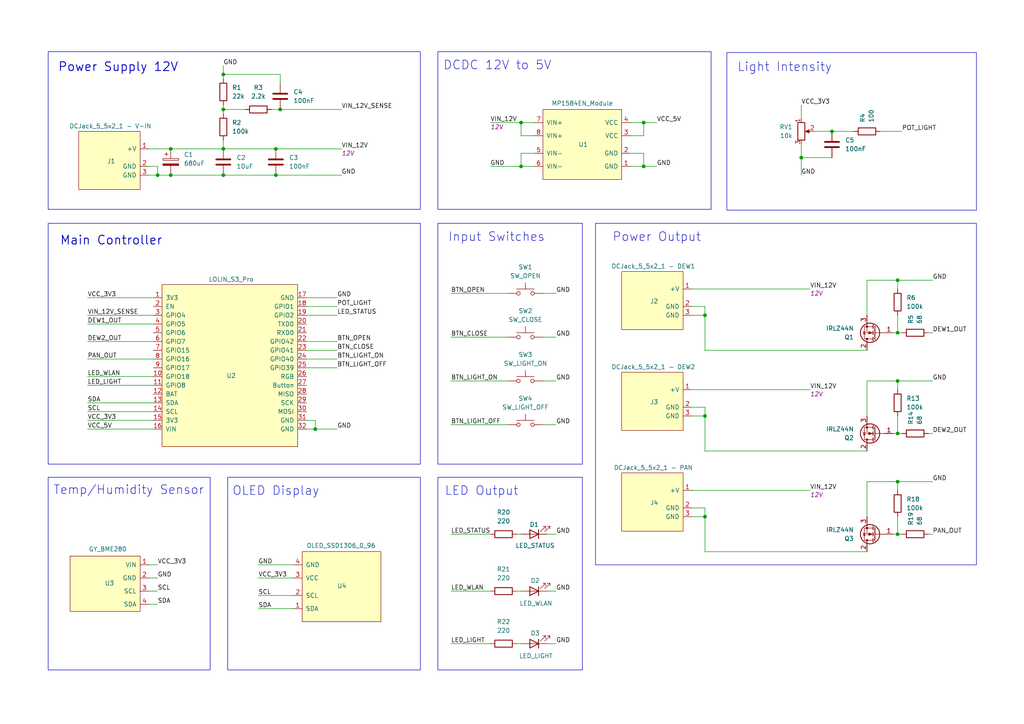
<source format=kicad_sch>
(kicad_sch (version 20250114) (generator "eeschema") (generator_version "9.0")
  (paper "A4")
  (lib_symbols
    (symbol "Device:C" (pin_numbers (hide yes)) (pin_names (offset 0.254))
      (property "Reference" "C" (at 0.635 2.54 0))
      (property "Value" "C" (at 0.635 -2.54 0))
      (symbol "C_0_1"
        (polyline (pts (xy -2.032 0.762) (xy 2.032 0.762)) (stroke (width 0.508)))
        (polyline (pts (xy -2.032 -0.762) (xy 2.032 -0.762)) (stroke (width 0.508)))
      )
      (symbol "C_1_1"
        (pin passive line (at 0 3.81 270) (length 2.794) (name "~") (number "1"))
        (pin passive line (at 0 -3.81 90) (length 2.794) (name "~") (number "2"))
      )
    )
    (symbol "Device:C_Polarized" (pin_numbers (hide yes)) (pin_names (offset 0.254))
      (property "Reference" "C" (at 0.635 2.54 0))
      (property "Value" "C_Polarized" (at 0.635 -2.54 0))
      (symbol "C_Polarized_0_1"
        (rectangle (start -2.286 0.508) (end 2.286 1.016))
        (polyline (pts (xy -1.778 2.286) (xy -0.762 2.286)))
        (polyline (pts (xy -1.27 2.794) (xy -1.27 1.778)))
        (rectangle (start 2.286 -0.508) (end -2.286 -1.016) (fill (type outline)))
      )
      (symbol "C_Polarized_1_1"
        (pin passive line (at 0 3.81 270) (length 2.794) (name "~") (number "1"))
        (pin passive line (at 0 -3.81 90) (length 2.794) (name "~") (number "2"))
      )
    )
    (symbol "Device:LED" (pin_numbers (hide yes)) (pin_names (offset 1.016) (hide yes))
      (property "Reference" "D" (at 0 2.54 0))
      (property "Value" "LED" (at 0 -2.54 0))
      (symbol "LED_0_1"
        (polyline (pts (xy -3.048 -0.762) (xy -4.572 -2.286) (xy -3.81 -2.286) (xy -4.572 -2.286) (xy -4.572 -1.524)))
        (polyline (pts (xy -1.778 -0.762) (xy -3.302 -2.286) (xy -2.54 -2.286) (xy -3.302 -2.286) (xy -3.302 -1.524)))
        (polyline (pts (xy -1.27 0) (xy 1.27 0)))
        (polyline (pts (xy -1.27 -1.27) (xy -1.27 1.27)) (stroke (width 0.254)))
        (polyline (pts (xy 1.27 -1.27) (xy 1.27 1.27) (xy -1.27 0) (xy 1.27 -1.27)) (stroke (width 0.254)))
      )
      (symbol "LED_1_1"
        (pin passive line (at -3.81 0 0) (length 2.54) (name "K") (number "1"))
        (pin passive line (at 3.81 0 180) (length 2.54) (name "A") (number "2"))
      )
    )
    (symbol "Device:R" (pin_numbers (hide yes)) (pin_names (offset 0))
      (property "Reference" "R" (at 2.032 0 90))
      (property "Value" "R" (at 0 0 90))
      (symbol "R_0_1"
        (rectangle (start -1.016 -2.54) (end 1.016 2.54) (stroke (width 0.254)))
      )
      (symbol "R_1_1"
        (pin passive line (at 0 3.81 270) (length 1.27) (name "~") (number "1"))
        (pin passive line (at 0 -3.81 90) (length 1.27) (name "~") (number "2"))
      )
    )
    (symbol "Device:R_Potentiometer" (pin_names (offset 1.016) (hide yes))
      (property "Reference" "RV" (at -4.445 0 90))
      (property "Value" "R_Potentiometer" (at -2.54 0 90))
      (symbol "R_Potentiometer_0_1"
        (rectangle (start 1.016 2.54) (end -1.016 -2.54) (stroke (width 0.254)))
        (polyline (pts (xy 1.143 0) (xy 2.286 0.508) (xy 2.286 -0.508) (xy 1.143 0)) (fill (type outline)))
        (polyline (pts (xy 2.54 0) (xy 1.524 0)))
      )
      (symbol "R_Potentiometer_1_1"
        (pin passive line (at 0 3.81 270) (length 1.27) (name "1") (number "1"))
        (pin passive line (at 0 -3.81 90) (length 1.27) (name "3") (number "3"))
        (pin passive line (at 3.81 0 180) (length 1.27) (name "2") (number "2"))
      )
    )
    (symbol "My_Modules:DCJack_5_5x2_1" (pin_names (offset 1.016))
      (property "Reference" "J" (at 0 0 0))
      (property "Value" "DCJack_5_5x2_1" (at -0.254 6.604 0))
      (property "Footprint" "My_Modules:DCJack_5_5x2_1_Right" (at 0.508 -9.906 0))
      (symbol "DCJack_5_5x2_1_1_1"
        (rectangle (start -8.89 8.89) (end 8.89 -8) (stroke (width 0.15)) (fill (type background)))
        (pin power_out line (at 11.43 3.81 180) (length 2.54) (name "+V") (number "1"))
        (pin power_out line (at 11.43 -1.27 180) (length 2.54) (name "GND") (number "2"))
        (pin power_out line (at 11.43 -3.81 180) (length 2.54) (name "GND") (number "3"))
      )
    )
    (symbol "My_Modules:GY_BME280" (pin_names (offset 1.016))
      (property "Reference" "U" (at 0 0 0))
      (property "Value" "GY_BME280" (at 0 9.144 0))
      (property "Footprint" "My_Modules:GY_BME280_AZ_4P" (at 0.508 -9.652 0))
      (symbol "GY_BME280_1_1"
        (rectangle (start -11.43 7.62) (end 8.89 -8.38) (stroke (width 0.15)) (fill (type background)))
        (pin power_in line (at 11.43 5.08 180) (length 2.54) (name "VIN") (number "1"))
        (pin power_in line (at 11.43 1.27 180) (length 2.54) (name "GND") (number "2"))
        (pin input line (at 11.43 -2.54 180) (length 2.54) (name "SCL") (number "3"))
        (pin bidirectional line (at 11.43 -6.35 180) (length 2.54) (name "SDA") (number "4"))
      )
    )
    (symbol "My_Modules:LOLIN_S3_Pro" (pin_names (offset 1.016))
      (property "Reference" "U" (at 0.73 3.78 0))
      (property "Value" "LOLIN_S3_Pro" (at 0.508 23.114 0))
      (property "Footprint" "My_Modules:LOLIN_S3_Pro_Module" (at 0 -18.288 0))
      (symbol "LOLIN_S3_Pro_1_1"
        (rectangle (start -20.32 26.67) (end 19.05 -20.32) (stroke (width 0.15)) (fill (type background)))
        (pin power_out line (at -22.86 22.86 0) (length 2.54) (name "3V3") (number "1"))
        (pin input line (at -22.86 20.32 0) (length 2.54) (name "EN") (number "2"))
        (pin bidirectional line (at -22.86 17.78 0) (length 2.54) (name "GPIO4") (number "3"))
        (pin bidirectional line (at -22.86 15.24 0) (length 2.54) (name "GPIO5") (number "4"))
        (pin bidirectional line (at -22.86 12.7 0) (length 2.54) (name "GPIO6") (number "5"))
        (pin bidirectional line (at -22.86 10.16 0) (length 2.54) (name "GPIO7") (number "6"))
        (pin bidirectional line (at -22.86 7.62 0) (length 2.54) (name "GPIO15") (number "7"))
        (pin bidirectional line (at -22.86 5.08 0) (length 2.54) (name "GPIO16") (number "8"))
        (pin bidirectional line (at -22.86 2.54 0) (length 2.54) (name "GPIO17") (number "9"))
        (pin bidirectional line (at -22.86 0 0) (length 2.54) (name "GPIO18") (number "10"))
        (pin bidirectional line (at -22.86 -2.54 0) (length 2.54) (name "GPIO8") (number "11"))
        (pin bidirectional line (at -22.86 -5.08 0) (length 2.54) (name "BAT") (number "12"))
        (pin bidirectional line (at -22.86 -7.62 0) (length 2.54) (name "SDA") (number "13"))
        (pin bidirectional line (at -22.86 -10.16 0) (length 2.54) (name "SCL") (number "14"))
        (pin power_out line (at -22.86 -12.7 0) (length 2.54) (name "3V3") (number "15"))
        (pin power_in line (at -22.86 -15.24 0) (length 2.54) (name "VIN") (number "16"))
        (pin power_in line (at 21.59 22.86 180) (length 2.54) (name "GND") (number "17"))
        (pin bidirectional line (at 21.59 20.32 180) (length 2.54) (name "GPIO1") (number "18"))
        (pin bidirectional line (at 21.59 17.78 180) (length 2.54) (name "GPIO2") (number "19"))
        (pin output line (at 21.59 15.24 180) (length 2.54) (name "TXD0") (number "20"))
        (pin input line (at 21.59 12.7 180) (length 2.54) (name "RXD0") (number "21"))
        (pin bidirectional line (at 21.59 10.16 180) (length 2.54) (name "GPIO42") (number "22"))
        (pin bidirectional line (at 21.59 7.62 180) (length 2.54) (name "GPIO41") (number "23"))
        (pin bidirectional line (at 21.59 5.08 180) (length 2.54) (name "GPIO40") (number "24"))
        (pin bidirectional line (at 21.59 2.54 180) (length 2.54) (name "GPIO39") (number "25"))
        (pin bidirectional line (at 21.59 0 180) (length 2.54) (name "RGB") (number "26"))
        (pin bidirectional line (at 21.59 -2.54 180) (length 2.54) (name "Button") (number "27"))
        (pin bidirectional line (at 21.59 -5.08 180) (length 2.54) (name "MISO") (number "28"))
        (pin bidirectional line (at 21.59 -7.62 180) (length 2.54) (name "SCK") (number "29"))
        (pin bidirectional line (at 21.59 -10.16 180) (length 2.54) (name "MOSI") (number "30"))
        (pin power_in line (at 21.59 -12.7 180) (length 2.54) (name "GND") (number "31"))
        (pin power_in line (at 21.59 -15.24 180) (length 2.54) (name "GND") (number "32"))
      )
    )
    (symbol "My_Modules:MP1584EN_Module" (pin_names (offset 1.016))
      (property "Reference" "U" (at 0 0 0))
      (property "Value" "MP1584EN_Module" (at 0 8.636 0))
      (property "Footprint" "My_Modules:MP1584EN_Module" (at 0.254 -11.43 0))
      (symbol "MP1584EN_Module_1_1"
        (rectangle (start -11.43 10.16) (end 11.43 -10.16) (stroke (width 0.15)) (fill (type background)))
        (pin power_in line (at -13.97 6.35 0) (length 2.54) (name "VIN+") (number "7"))
        (pin power_in line (at -13.97 2.54 0) (length 2.54) (name "VIN+") (number "8"))
        (pin power_in line (at -13.97 -2.54 0) (length 2.54) (name "VIN-") (number "5"))
        (pin power_in line (at -13.97 -6.35 0) (length 2.54) (name "VIN-") (number "6"))
        (pin power_out line (at 13.97 6.35 180) (length 2.54) (name "VCC") (number "4"))
        (pin power_out line (at 13.97 2.54 180) (length 2.54) (name "VCC") (number "3"))
        (pin power_out line (at 13.97 -2.54 180) (length 2.54) (name "GND") (number "2"))
        (pin power_out line (at 13.97 -6.35 180) (length 2.54) (name "GND") (number "1"))
      )
    )
    (symbol "My_Modules:OLED_SSD1306_0_96" (pin_names (offset 1.016))
      (property "Reference" "U" (at 0 0 0))
      (property "Value" "OLED_SSD1306_0_96" (at 0.254 8.636 0))
      (property "Footprint" "My_Modules:OLED_SSD1306_0v96_I2C_4P" (at 0.254 -11.938 0))
      (symbol "OLED_SSD1306_0_96_1_1"
        (rectangle (start -11.43 10.16) (end 11.43 -10.16) (stroke (width 0.15)) (fill (type background)))
        (pin power_in line (at -13.97 6.35 0) (length 2.54) (name "GND") (number "4"))
        (pin power_in line (at -13.97 2.54 0) (length 2.54) (name "VCC") (number "3"))
        (pin input line (at -13.97 -2.54 0) (length 2.54) (name "SCL") (number "2"))
        (pin bidirectional line (at -13.97 -6.35 0) (length 2.54) (name "SDA") (number "1"))
      )
    )
    (symbol "Switch:SW_Push" (pin_numbers (hide yes)) (pin_names (offset 1.016) (hide yes))
      (property "Reference" "SW" (at 1.27 2.54 0))
      (property "Value" "SW_Push" (at 0 -1.524 0))
      (symbol "SW_Push_0_1"
        (circle (center -2.032 0) (radius 0.508))
        (polyline (pts (xy 0 1.27) (xy 0 3.048)))
        (circle (center 2.032 0) (radius 0.508))
        (polyline (pts (xy 2.54 1.27) (xy -2.54 1.27)))
        (pin passive line (at -5.08 0 0) (length 2.54) (name "1") (number "1"))
        (pin passive line (at 5.08 0 180) (length 2.54) (name "2") (number "2"))
      )
    )
    (symbol "Transistor_FET:Q_NMOS_GDS" (pin_names (offset 0) (hide yes))
      (property "Reference" "Q" (at 5.08 1.905 0))
      (property "Value" "Q_NMOS_GDS" (at 5.08 0 0))
      (symbol "Q_NMOS_GDS_0_1"
        (polyline (pts (xy 0.254 1.905) (xy 0.254 -1.905)) (stroke (width 0.254)))
        (polyline (pts (xy 0.254 0) (xy -2.54 0)))
        (polyline (pts (xy 0.762 2.286) (xy 0.762 1.27)) (stroke (width 0.254)))
        (polyline (pts (xy 0.762 0.508) (xy 0.762 -0.508)) (stroke (width 0.254)))
        (polyline (pts (xy 0.762 -1.27) (xy 0.762 -2.286)) (stroke (width 0.254)))
        (polyline (pts (xy 0.762 -1.778) (xy 3.302 -1.778) (xy 3.302 1.778) (xy 0.762 1.778)))
        (polyline (pts (xy 1.016 0) (xy 2.032 0.381) (xy 2.032 -0.381) (xy 1.016 0)) (fill (type outline)))
        (circle (center 1.651 0) (radius 2.794) (stroke (width 0.254)))
        (polyline (pts (xy 2.54 2.54) (xy 2.54 1.778)))
        (circle (center 2.54 1.778) (radius 0.254) (fill (type outline)))
        (circle (center 2.54 -1.778) (radius 0.254) (fill (type outline)))
        (polyline (pts (xy 2.54 -2.54) (xy 2.54 0) (xy 0.762 0)))
        (polyline (pts (xy 2.921 0.381) (xy 3.683 0.381)))
        (polyline (pts (xy 3.302 0.381) (xy 2.921 -0.254) (xy 3.683 -0.254) (xy 3.302 0.381)))
      )
      (symbol "Q_NMOS_GDS_1_1"
        (pin input line (at -5.08 0 0) (length 2.54) (name "G") (number "1"))
        (pin passive line (at 2.54 5.08 270) (length 2.54) (name "D") (number "2"))
        (pin passive line (at 2.54 -5.08 90) (length 2.54) (name "S") (number "3"))
      )
    )
  )
  (rectangle (start 127 138.43) (end 168.91 194.31))
  (rectangle (start 127 64.77) (end 168.91 134.62))
  (rectangle (start 13.97 138.43) (end 60.96 194.31))
  (rectangle (start 127 14.986) (end 206.248 60.706))
  (rectangle (start 13.97 14.986) (end 121.92 60.706))
  (rectangle (start 66.04 138.43) (end 121.92 194.31))
  (rectangle (start 210.82 15.24) (end 283.21 60.96))
  (rectangle (start 13.97 64.77) (end 121.92 134.62))
  (rectangle (start 172.72 64.77) (end 283.21 163.83))
  (text "DCDC 12V to 5V" (at 144.272 19.05 0) (effects (font (size 2.54 2.54))))
  (text "Power Output" (at 190.5 68.834 0) (effects (font (size 2.54 2.54))))
  (text "Light Intensity" (at 227.584 19.558 0) (effects (font (size 2.54 2.54))))
  (text "OLED Display" (at 80.01 142.494 0) (effects (font (size 2.54 2.54))))
  (text "Input Switches" (at 144.018 68.834 0) (effects (font (size 2.54 2.54))))
  (text "LED Output" (at 139.7 142.494 0) (effects (font (size 2.54 2.54))))
  (text "Power Supply 12V" (at 34.29 19.558 0) (effects (font (size 2.54 2.54) (thickness 0.254) (bold yes))))
  (text "Temp/Humidity Sensor" (at 37.338 142.24 0) (effects (font (size 2.54 2.54))))
  (text "Main Controller" (at 32.258 69.85 0) (effects (font (size 2.54 2.54) (thickness 0.254) (bold yes))))
  (junction (at 204.47 149.86))
  (junction (at 80.01 50.8))
  (junction (at 204.47 91.44))
  (junction (at 64.77 43.18))
  (junction (at 241.3 38.1))
  (junction (at 260.35 125.73))
  (junction (at 204.47 120.65))
  (junction (at 80.01 43.18))
  (junction (at 186.69 35.56))
  (junction (at 186.69 48.26))
  (junction (at 45.72 50.8))
  (junction (at 260.35 154.94))
  (junction (at 260.35 81.28))
  (junction (at 64.77 21.59))
  (junction (at 260.35 110.49))
  (junction (at 91.44 124.46))
  (junction (at 260.35 96.52))
  (junction (at 151.13 35.56))
  (junction (at 260.35 139.7))
  (junction (at 64.77 50.8))
  (junction (at 232.41 45.72))
  (junction (at 49.53 43.18))
  (junction (at 81.28 31.75))
  (junction (at 64.77 31.75))
  (junction (at 49.53 50.8))
  (junction (at 151.13 48.26))
  (wire (pts (xy 260.35 91.44) (xy 260.35 96.52)))
  (wire (pts (xy 130.81 154.94) (xy 142.24 154.94)))
  (wire (pts (xy 186.69 35.56) (xy 190.5 35.56)))
  (wire (pts (xy 25.4 104.14) (xy 44.45 104.14)))
  (wire (pts (xy 64.77 19.05) (xy 64.77 21.59)))
  (wire (pts (xy 232.41 41.91) (xy 232.41 45.72)))
  (wire (pts (xy 130.81 110.49) (xy 147.32 110.49)))
  (wire (pts (xy 91.44 124.46) (xy 97.79 124.46)))
  (wire (pts (xy 88.9 121.92) (xy 91.44 121.92)))
  (wire (pts (xy 182.88 39.37) (xy 186.69 39.37)))
  (wire (pts (xy 204.47 149.86) (xy 204.47 160.02)))
  (wire (pts (xy 251.46 110.49) (xy 260.35 110.49)))
  (wire (pts (xy 88.9 106.68) (xy 97.79 106.68)))
  (wire (pts (xy 200.66 83.82) (xy 234.95 83.82)))
  (wire (pts (xy 64.77 40.64) (xy 64.77 43.18)))
  (wire (pts (xy 88.9 91.44) (xy 97.79 91.44)))
  (wire (pts (xy 232.41 45.72) (xy 241.3 45.72)))
  (wire (pts (xy 157.48 97.79) (xy 161.29 97.79)))
  (wire (pts (xy 269.24 96.52) (xy 270.51 96.52)))
  (wire (pts (xy 151.13 39.37) (xy 151.13 35.56)))
  (wire (pts (xy 157.48 123.19) (xy 161.29 123.19)))
  (wire (pts (xy 182.88 48.26) (xy 186.69 48.26)))
  (wire (pts (xy 64.77 31.75) (xy 64.77 33.02)))
  (wire (pts (xy 74.93 167.64) (xy 85.09 167.64)))
  (wire (pts (xy 260.35 154.94) (xy 261.62 154.94)))
  (wire (pts (xy 204.47 88.9) (xy 204.47 91.44)))
  (wire (pts (xy 130.81 186.69) (xy 142.24 186.69)))
  (wire (pts (xy 260.35 139.7) (xy 260.35 142.24)))
  (wire (pts (xy 43.18 50.8) (xy 45.72 50.8)))
  (wire (pts (xy 260.35 125.73) (xy 261.62 125.73)))
  (wire (pts (xy 157.48 110.49) (xy 161.29 110.49)))
  (wire (pts (xy 81.28 31.75) (xy 99.06 31.75)))
  (wire (pts (xy 259.08 125.73) (xy 260.35 125.73)))
  (wire (pts (xy 64.77 50.8) (xy 80.01 50.8)))
  (wire (pts (xy 151.13 48.26) (xy 154.94 48.26)))
  (wire (pts (xy 259.08 154.94) (xy 260.35 154.94)))
  (wire (pts (xy 88.9 86.36) (xy 97.79 86.36)))
  (wire (pts (xy 236.22 38.1) (xy 241.3 38.1)))
  (wire (pts (xy 158.75 154.94) (xy 161.29 154.94)))
  (wire (pts (xy 49.53 43.18) (xy 64.77 43.18)))
  (wire (pts (xy 200.66 118.11) (xy 204.47 118.11)))
  (wire (pts (xy 25.4 121.92) (xy 44.45 121.92)))
  (wire (pts (xy 270.51 110.49) (xy 260.35 110.49)))
  (wire (pts (xy 200.66 113.03) (xy 234.95 113.03)))
  (wire (pts (xy 251.46 120.65) (xy 251.46 110.49)))
  (wire (pts (xy 149.86 186.69) (xy 151.13 186.69)))
  (wire (pts (xy 74.93 163.83) (xy 85.09 163.83)))
  (wire (pts (xy 25.4 86.36) (xy 44.45 86.36)))
  (wire (pts (xy 154.94 44.45) (xy 151.13 44.45)))
  (wire (pts (xy 45.72 48.26) (xy 45.72 50.8)))
  (wire (pts (xy 200.66 147.32) (xy 204.47 147.32)))
  (wire (pts (xy 149.86 171.45) (xy 151.13 171.45)))
  (wire (pts (xy 232.41 30.48) (xy 232.41 34.29)))
  (wire (pts (xy 182.88 44.45) (xy 186.69 44.45)))
  (wire (pts (xy 25.4 93.98) (xy 44.45 93.98)))
  (wire (pts (xy 74.93 176.53) (xy 85.09 176.53)))
  (wire (pts (xy 43.18 163.83) (xy 45.72 163.83)))
  (wire (pts (xy 88.9 101.6) (xy 97.79 101.6)))
  (wire (pts (xy 130.81 171.45) (xy 142.24 171.45)))
  (wire (pts (xy 25.4 109.22) (xy 44.45 109.22)))
  (wire (pts (xy 270.51 81.28) (xy 260.35 81.28)))
  (wire (pts (xy 88.9 104.14) (xy 97.79 104.14)))
  (wire (pts (xy 25.4 119.38) (xy 44.45 119.38)))
  (wire (pts (xy 204.47 149.86) (xy 200.66 149.86)))
  (wire (pts (xy 88.9 99.06) (xy 97.79 99.06)))
  (wire (pts (xy 130.81 97.79) (xy 147.32 97.79)))
  (wire (pts (xy 186.69 39.37) (xy 186.69 35.56)))
  (wire (pts (xy 204.47 160.02) (xy 251.46 160.02)))
  (wire (pts (xy 25.4 99.06) (xy 44.45 99.06)))
  (wire (pts (xy 204.47 118.11) (xy 204.47 120.65)))
  (wire (pts (xy 43.18 171.45) (xy 45.72 171.45)))
  (wire (pts (xy 130.81 123.19) (xy 147.32 123.19)))
  (wire (pts (xy 204.47 101.6) (xy 251.46 101.6)))
  (wire (pts (xy 130.81 85.09) (xy 147.32 85.09)))
  (wire (pts (xy 251.46 91.44) (xy 251.46 81.28)))
  (wire (pts (xy 142.24 35.56) (xy 151.13 35.56)))
  (wire (pts (xy 200.66 88.9) (xy 204.47 88.9)))
  (wire (pts (xy 81.28 21.59) (xy 64.77 21.59)))
  (wire (pts (xy 80.01 50.8) (xy 99.06 50.8)))
  (wire (pts (xy 260.35 81.28) (xy 260.35 83.82)))
  (wire (pts (xy 251.46 139.7) (xy 260.35 139.7)))
  (wire (pts (xy 154.94 39.37) (xy 151.13 39.37)))
  (wire (pts (xy 204.47 91.44) (xy 200.66 91.44)))
  (wire (pts (xy 204.47 147.32) (xy 204.47 149.86)))
  (wire (pts (xy 78.74 31.75) (xy 81.28 31.75)))
  (wire (pts (xy 260.35 120.65) (xy 260.35 125.73)))
  (wire (pts (xy 200.66 142.24) (xy 234.95 142.24)))
  (wire (pts (xy 251.46 81.28) (xy 260.35 81.28)))
  (wire (pts (xy 91.44 121.92) (xy 91.44 124.46)))
  (wire (pts (xy 64.77 31.75) (xy 71.12 31.75)))
  (wire (pts (xy 204.47 130.81) (xy 251.46 130.81)))
  (wire (pts (xy 49.53 50.8) (xy 64.77 50.8)))
  (wire (pts (xy 88.9 124.46) (xy 91.44 124.46)))
  (wire (pts (xy 158.75 186.69) (xy 161.29 186.69)))
  (wire (pts (xy 260.35 96.52) (xy 261.62 96.52)))
  (wire (pts (xy 269.24 154.94) (xy 270.51 154.94)))
  (wire (pts (xy 25.4 116.84) (xy 44.45 116.84)))
  (wire (pts (xy 182.88 35.56) (xy 186.69 35.56)))
  (wire (pts (xy 64.77 43.18) (xy 80.01 43.18)))
  (wire (pts (xy 260.35 110.49) (xy 260.35 113.03)))
  (wire (pts (xy 251.46 149.86) (xy 251.46 139.7)))
  (wire (pts (xy 151.13 35.56) (xy 154.94 35.56)))
  (wire (pts (xy 255.27 38.1) (xy 261.62 38.1)))
  (wire (pts (xy 25.4 124.46) (xy 44.45 124.46)))
  (wire (pts (xy 25.4 91.44) (xy 44.45 91.44)))
  (wire (pts (xy 204.47 120.65) (xy 200.66 120.65)))
  (wire (pts (xy 204.47 91.44) (xy 204.47 101.6)))
  (wire (pts (xy 88.9 88.9) (xy 97.79 88.9)))
  (wire (pts (xy 43.18 175.26) (xy 45.72 175.26)))
  (wire (pts (xy 186.69 48.26) (xy 190.5 48.26)))
  (wire (pts (xy 241.3 38.1) (xy 247.65 38.1)))
  (wire (pts (xy 259.08 96.52) (xy 260.35 96.52)))
  (wire (pts (xy 74.93 172.72) (xy 85.09 172.72)))
  (wire (pts (xy 232.41 45.72) (xy 232.41 50.8)))
  (wire (pts (xy 260.35 149.86) (xy 260.35 154.94)))
  (wire (pts (xy 149.86 154.94) (xy 151.13 154.94)))
  (wire (pts (xy 43.18 43.18) (xy 49.53 43.18)))
  (wire (pts (xy 158.75 171.45) (xy 161.29 171.45)))
  (wire (pts (xy 45.72 50.8) (xy 49.53 50.8)))
  (wire (pts (xy 64.77 30.48) (xy 64.77 31.75)))
  (wire (pts (xy 204.47 120.65) (xy 204.47 130.81)))
  (wire (pts (xy 43.18 167.64) (xy 45.72 167.64)))
  (wire (pts (xy 25.4 111.76) (xy 44.45 111.76)))
  (wire (pts (xy 157.48 85.09) (xy 161.29 85.09)))
  (wire (pts (xy 81.28 24.13) (xy 81.28 21.59)))
  (wire (pts (xy 269.24 125.73) (xy 270.51 125.73)))
  (wire (pts (xy 64.77 21.59) (xy 64.77 22.86)))
  (wire (pts (xy 43.18 48.26) (xy 45.72 48.26)))
  (wire (pts (xy 151.13 44.45) (xy 151.13 48.26)))
  (wire (pts (xy 80.01 43.18) (xy 99.06 43.18)))
  (wire (pts (xy 270.51 139.7) (xy 260.35 139.7)))
  (wire (pts (xy 186.69 44.45) (xy 186.69 48.26)))
  (wire (pts (xy 142.24 48.26) (xy 151.13 48.26)))
  (label "BTN_OPEN" (at 130.81 85.09 0))
  (label "VCC_3V3" (at 25.4 86.36 0))
  (label "BTN_LIGHT_ON" (at 130.81 110.49 0))
  (label "PAN_OUT" (at 270.51 154.94 0))
  (label "GND" (at 270.51 110.49 0))
  (label "LED_STATUS" (at 97.79 91.44 0))
  (label "PAN_OUT" (at 25.4 104.14 0))
  (label "GND" (at 142.24 48.26 0))
  (label "GND" (at 270.51 81.28 0))
  (label "DEW2_OUT" (at 270.51 125.73 0))
  (label "GND" (at 270.51 139.7 0))
  (label "SDA" (at 45.72 175.26 0))
  (label "VCC_3V3" (at 45.72 163.83 0))
  (label "BTN_CLOSE" (at 130.81 97.79 0))
  (label "VCC_3V3" (at 232.41 30.48 0))
  (label "GND" (at 161.29 85.09 0))
  (label "SDA" (at 74.93 176.53 0))
  (label "DEW1_OUT" (at 25.4 93.98 0))
  (label "BTN_CLOSE" (at 97.79 101.6 0))
  (label "BTN_LIGHT_OFF" (at 97.79 106.68 0))
  (label "GND" (at 64.77 19.05 0))
  (label "DEW1_OUT" (at 270.51 96.52 0))
  (label "GND" (at 161.29 123.19 0))
  (label "SCL" (at 25.4 119.38 0))
  (label "GND" (at 232.41 50.8 0))
  (label "POT_LIGHT" (at 261.62 38.1 0))
  (label "GND" (at 161.29 186.69 0))
  (label "GND" (at 161.29 110.49 0))
  (label "DEW2_OUT" (at 25.4 99.06 0))
  (label "SCL" (at 45.72 171.45 0))
  (label "GND" (at 99.06 50.8 0))
  (label "LED_LIGHT" (at 130.81 186.69 0))
  (label "VCC_5V" (at 190.5 35.56 0))
  (label "GND" (at 190.5 48.26 0))
  (label "VIN_12V_SENSE" (at 99.06 31.75 0))
  (label "VIN_12V_SENSE" (at 25.4 91.44 0))
  (label "GND" (at 45.72 167.64 0))
  (label "LED_LIGHT" (at 25.4 111.76 0))
  (label "VCC_3V3" (at 74.93 167.64 0))
  (label "VCC_3V3" (at 25.4 121.92 0))
  (label "BTN_LIGHT_OFF" (at 130.81 123.19 0))
  (label "SCL" (at 74.93 172.72 0))
  (label "GND" (at 97.79 86.36 0))
  (label "GND" (at 97.79 124.46 0))
  (label "VIN_12V" (at 99.06 43.18 0) (property "Netclass" "12V" (at 99.06 44.45 0) (effects (font (italic yes)) (justify left))))
  (label "VIN_12V" (at 142.24 35.56 0) (property "Netclass" "12V" (at 142.24 36.83 0) (effects (font (italic yes)) (justify left))))
  (label "VIN_12V" (at 234.95 142.24 0) (property "Netclass" "12V" (at 234.95 143.51 0) (effects (font (italic yes)) (justify left))))
  (label "GND" (at 161.29 171.45 0))
  (label "BTN_LIGHT_ON" (at 97.79 104.14 0))
  (label "GND" (at 74.93 163.83 0))
  (label "VCC_5V" (at 25.4 124.46 0))
  (label "VIN_12V" (at 234.95 83.82 0) (property "Netclass" "12V" (at 234.95 85.09 0) (effects (font (italic yes)) (justify left))))
  (label "BTN_OPEN" (at 97.79 99.06 0))
  (label "POT_LIGHT" (at 97.79 88.9 0))
  (label "VIN_12V" (at 234.95 113.03 0) (property "Netclass" "12V" (at 234.95 114.3 0) (effects (font (italic yes)) (justify left))))
  (label "LED_WLAN" (at 130.81 171.45 0))
  (label "GND" (at 161.29 97.79 0))
  (label "LED_WLAN" (at 25.4 109.22 0))
  (label "SDA" (at 25.4 116.84 0))
  (label "LED_STATUS" (at 130.81 154.94 0))
  (label "GND" (at 161.29 154.94 0))
  (symbol (lib_id "Device:R") (at 260.35 146.05 0) (unit 1)
    (property "Reference" "R18" (at 262.89 144.7799 0) (effects (justify left)))
    (property "Value" "100k" (at 262.89 147.3199 0) (effects (justify left)))
    (property "Footprint" "Resistor_THT:R_Axial_DIN0207_L6.3mm_D2.5mm_P7.62mm_Horizontal" (effects (hide yes)))
    (property "Description" "Resistor" (effects (hide yes)))
  )
  (symbol (lib_id "Transistor_FET:Q_NMOS_GDS") (at 254 154.94 180) (unit 1)
    (property "Reference" "Q3" (at 247.65 156.2101 0) (effects (justify left)))
    (property "Value" "IRLZ44N" (at 247.65 153.6701 0) (effects (justify left)))
    (property "Footprint" "Package_TO_SOT_THT:TO-220-3_Vertical" (effects (hide yes)))
    (property "Description" "N-MOSFET transistor, gate/drain/source" (effects (hide yes)))
  )
  (symbol (lib_id "Device:R") (at 260.35 116.84 0) (unit 1)
    (property "Reference" "R13" (at 262.89 115.5699 0) (effects (justify left)))
    (property "Value" "100k" (at 262.89 118.1099 0) (effects (justify left)))
    (property "Footprint" "Resistor_THT:R_Axial_DIN0207_L6.3mm_D2.5mm_P7.62mm_Horizontal" (effects (hide yes)))
    (property "Description" "Resistor" (effects (hide yes)))
  )
  (symbol (lib_id "My_Modules:DCJack_5_5x2_1") (at 189.23 116.84 0) (unit 1)
    (property "Reference" "J3" (at 189.738 116.586 0))
    (property "Value" "DCJack_5_5x2_1 - DEW2" (at 189.484 106.426 0))
    (property "Footprint" "My_Modules:DCJack_5_5x2_1_Right" (effects (hide yes)))
  )
  (symbol (lib_id "My_Modules:DCJack_5_5x2_1") (at 189.23 87.63 0) (unit 1)
    (property "Reference" "J2" (at 189.738 87.376 0))
    (property "Value" "DCJack_5_5x2_1 - DEW1" (at 189.484 77.216 0))
    (property "Footprint" "My_Modules:DCJack_5_5x2_1_Right" (effects (hide yes)))
  )
  (symbol (lib_id "Device:R") (at 64.77 26.67 0) (unit 1)
    (property "Reference" "R1" (at 67.31 25.3999 0) (effects (justify left)))
    (property "Value" "22k" (at 67.31 27.9399 0) (effects (justify left)))
    (property "Footprint" "Resistor_THT:R_Axial_DIN0207_L6.3mm_D2.5mm_P7.62mm_Horizontal" (effects (hide yes)))
    (property "Description" "Resistor" (effects (hide yes)))
  )
  (symbol (lib_id "My_Modules:DCJack_5_5x2_1") (at 31.75 46.99 0) (unit 1)
    (property "Reference" "J1" (at 32.258 46.736 0))
    (property "Value" "DCJack_5_5x2_1 - V-IN" (at 32.004 36.576 0))
    (property "Footprint" "My_Modules:DCJack_5_5x2_1_Right" (effects (hide yes)))
  )
  (symbol (lib_id "Transistor_FET:Q_NMOS_GDS") (at 254 96.52 180) (unit 1)
    (property "Reference" "Q1" (at 247.65 97.7901 0) (effects (justify left)))
    (property "Value" "IRLZ44N" (at 247.65 95.2501 0) (effects (justify left)))
    (property "Footprint" "Package_TO_SOT_THT:TO-220-3_Vertical" (effects (hide yes)))
    (property "Description" "N-MOSFET transistor, gate/drain/source" (effects (hide yes)))
  )
  (symbol (lib_id "Device:R") (at 74.93 31.75 90) (unit 1)
    (property "Reference" "R3" (at 74.93 25.4 90))
    (property "Value" "2.2k" (at 74.93 27.94 90))
    (property "Footprint" "Resistor_THT:R_Axial_DIN0207_L6.3mm_D2.5mm_P7.62mm_Horizontal" (effects (hide yes)))
    (property "Description" "Resistor" (effects (hide yes)))
  )
  (symbol (lib_id "Device:R") (at 260.35 87.63 0) (unit 1)
    (property "Reference" "R6" (at 262.89 86.3599 0) (effects (justify left)))
    (property "Value" "100k" (at 262.89 88.8999 0) (effects (justify left)))
    (property "Footprint" "Resistor_THT:R_Axial_DIN0207_L6.3mm_D2.5mm_P7.62mm_Horizontal" (effects (hide yes)))
    (property "Description" "Resistor" (effects (hide yes)))
  )
  (symbol (lib_id "My_Modules:OLED_SSD1306_0_96") (at 99.06 170.18 0) (unit 1)
    (property "Reference" "U4" (at 97.79 169.926 0) (effects (justify left)))
    (property "Value" "OLED_SSD1306_0_96" (at 88.9 158.242 0) (effects (justify left)))
    (property "Footprint" "My_Modules:OLED_SSD1306_0v96_I2C_4P" (effects (hide yes)))
  )
  (symbol (lib_id "Device:C") (at 80.01 46.99 0) (unit 1)
    (property "Reference" "C3" (at 83.82 45.7199 0) (effects (justify left)))
    (property "Value" "100nF" (at 83.82 48.2599 0) (effects (justify left)))
    (property "Footprint" "Capacitor_THT:C_Disc_D5.1mm_W3.2mm_P5.00mm" (effects (hide yes)))
    (property "Description" "Unpolarized capacitor" (effects (hide yes)))
  )
  (symbol (lib_id "Device:R") (at 265.43 154.94 90) (unit 1)
    (property "Reference" "R19" (at 264.1599 152.4 0) (effects (justify left)))
    (property "Value" "68" (at 266.6999 152.4 0) (effects (justify left)))
    (property "Footprint" "Resistor_THT:R_Axial_DIN0207_L6.3mm_D2.5mm_P7.62mm_Horizontal" (effects (hide yes)))
    (property "Description" "Resistor" (effects (hide yes)))
  )
  (symbol (lib_id "Switch:SW_Push") (at 152.4 110.49 0) (unit 1)
    (property "Reference" "SW3" (at 152.4 102.87 0))
    (property "Value" "SW_LIGHT_ON" (at 152.4 105.41 0))
    (property "Footprint" "Button_Switch_THT:SW_PUSH_6mm_H5mm" (effects (hide yes)))
    (property "Description" "Push button switch, generic, two pins" (effects (hide yes)))
  )
  (symbol (lib_id "Transistor_FET:Q_NMOS_GDS") (at 254 125.73 180) (unit 1)
    (property "Reference" "Q2" (at 247.65 127.0001 0) (effects (justify left)))
    (property "Value" "IRLZ44N" (at 247.65 124.4601 0) (effects (justify left)))
    (property "Footprint" "Package_TO_SOT_THT:TO-220-3_Vertical" (effects (hide yes)))
    (property "Description" "N-MOSFET transistor, gate/drain/source" (effects (hide yes)))
  )
  (symbol (lib_id "Device:C_Polarized") (at 49.53 46.99 0) (unit 1)
    (property "Reference" "C1" (at 53.34 44.8309 0) (effects (justify left)))
    (property "Value" "680uF" (at 53.34 47.3709 0) (effects (justify left)))
    (property "Footprint" "Capacitor_THT:CP_Radial_D8.0mm_P3.50mm" (effects (hide yes)))
    (property "Description" "Polarized capacitor" (effects (hide yes)))
  )
  (symbol (lib_id "Device:R_Potentiometer") (at 232.41 38.1 0) (unit 1)
    (property "Reference" "RV1" (at 229.87 36.8299 0) (effects (justify right)))
    (property "Value" "10k" (at 229.87 39.3699 0) (effects (justify right)))
    (property "Footprint" "Potentiometer_THT:Potentiometer_Alps_RK09K_Single_Vertical" (effects (hide yes)))
    (property "Description" "Potentiometer" (effects (hide yes)))
  )
  (symbol (lib_id "Device:LED") (at 154.94 171.45 180) (unit 1)
    (property "Reference" "D2" (at 155.194 168.402 0))
    (property "Value" "LED_WLAN" (at 155.448 175.006 0))
    (property "Footprint" "LED_THT:LED_D3.0mm" (effects (hide yes)))
    (property "Description" "Light emitting diode" (effects (hide yes)))
    (property "Sim.Pins" "1=K 2=A" (effects (hide yes)))
  )
  (symbol (lib_id "Device:C") (at 64.77 46.99 0) (unit 1)
    (property "Reference" "C2" (at 68.58 45.7199 0) (effects (justify left)))
    (property "Value" "10uF" (at 68.58 48.2599 0) (effects (justify left)))
    (property "Footprint" "Capacitor_THT:CP_Radial_Tantal_D5.5mm_P2.50mm" (effects (hide yes)))
    (property "Description" "Unpolarized capacitor" (effects (hide yes)))
  )
  (symbol (lib_id "Device:R") (at 265.43 96.52 90) (unit 1)
    (property "Reference" "R5" (at 264.1599 93.98 0) (effects (justify left)))
    (property "Value" "68" (at 266.6999 93.98 0) (effects (justify left)))
    (property "Footprint" "Resistor_THT:R_Axial_DIN0207_L6.3mm_D2.5mm_P7.62mm_Horizontal" (effects (hide yes)))
    (property "Description" "Resistor" (effects (hide yes)))
  )
  (symbol (lib_id "Switch:SW_Push") (at 152.4 123.19 0) (unit 1)
    (property "Reference" "SW4" (at 152.4 115.57 0))
    (property "Value" "SW_LIGHT_OFF" (at 152.4 118.11 0))
    (property "Footprint" "Button_Switch_THT:SW_PUSH_6mm_H5mm" (effects (hide yes)))
    (property "Description" "Push button switch, generic, two pins" (effects (hide yes)))
  )
  (symbol (lib_id "Device:R") (at 146.05 154.94 90) (unit 1)
    (property "Reference" "R20" (at 146.05 148.59 90))
    (property "Value" "220" (at 146.05 151.13 90))
    (property "Footprint" "Resistor_THT:R_Axial_DIN0207_L6.3mm_D2.5mm_P7.62mm_Horizontal" (effects (hide yes)))
    (property "Description" "Resistor" (effects (hide yes)))
  )
  (symbol (lib_id "My_Modules:MP1584EN_Module") (at 168.91 41.91 0) (unit 1)
    (property "Reference" "U1" (at 169.164 41.91 0))
    (property "Value" "MP1584EN_Module" (at 168.91 29.972 0))
    (property "Footprint" "My_Modules:MP1584EN_Module" (effects (hide yes)))
  )
  (symbol (lib_id "Device:C") (at 241.3 41.91 0) (unit 1)
    (property "Reference" "C5" (at 245.11 40.6399 0) (effects (justify left)))
    (property "Value" "100nF" (at 245.11 43.1799 0) (effects (justify left)))
    (property "Footprint" "Capacitor_THT:C_Disc_D5.1mm_W3.2mm_P5.00mm" (effects (hide yes)))
    (property "Description" "Unpolarized capacitor" (effects (hide yes)))
  )
  (symbol (lib_id "Device:R") (at 265.43 125.73 90) (unit 1)
    (property "Reference" "R14" (at 264.1599 123.19 0) (effects (justify left)))
    (property "Value" "68" (at 266.6999 123.19 0) (effects (justify left)))
    (property "Footprint" "Resistor_THT:R_Axial_DIN0207_L6.3mm_D2.5mm_P7.62mm_Horizontal" (effects (hide yes)))
    (property "Description" "Resistor" (effects (hide yes)))
  )
  (symbol (lib_id "My_Modules:DCJack_5_5x2_1") (at 189.23 146.05 0) (unit 1)
    (property "Reference" "J4" (at 189.738 145.796 0))
    (property "Value" "DCJack_5_5x2_1 - PAN" (at 189.484 135.636 0))
    (property "Footprint" "My_Modules:DCJack_5_5x2_1_Right" (effects (hide yes)))
  )
  (symbol (lib_id "Device:LED") (at 154.94 186.69 180) (unit 1)
    (property "Reference" "D3" (at 155.194 183.642 0))
    (property "Value" "LED_LIGHT" (at 155.448 190.246 0))
    (property "Footprint" "LED_THT:LED_D3.0mm" (effects (hide yes)))
    (property "Description" "Light emitting diode" (effects (hide yes)))
    (property "Sim.Pins" "1=K 2=A" (effects (hide yes)))
  )
  (symbol (lib_id "Device:R") (at 146.05 171.45 90) (unit 1)
    (property "Reference" "R21" (at 146.05 165.1 90))
    (property "Value" "220" (at 146.05 167.64 90))
    (property "Footprint" "Resistor_THT:R_Axial_DIN0207_L6.3mm_D2.5mm_P7.62mm_Horizontal" (effects (hide yes)))
    (property "Description" "Resistor" (effects (hide yes)))
  )
  (symbol (lib_id "My_Modules:LOLIN_S3_Pro") (at 67.31 109.22 0) (unit 1)
    (property "Reference" "U2" (at 67.056 108.966 0))
    (property "Value" "LOLIN_S3_Pro" (at 67.056 81.026 0))
    (property "Footprint" "My_Modules:LOLIN_S3_Pro_Module" (effects (hide yes)))
    (property "Datasheet" "https://www.wemos.cc/en/latest/s3/s3_pro.html" (effects (hide yes)))
  )
  (symbol (lib_id "Device:R") (at 146.05 186.69 90) (unit 1)
    (property "Reference" "R22" (at 146.05 180.34 90))
    (property "Value" "220" (at 146.05 182.88 90))
    (property "Footprint" "Resistor_THT:R_Axial_DIN0207_L6.3mm_D2.5mm_P7.62mm_Horizontal" (effects (hide yes)))
    (property "Description" "Resistor" (effects (hide yes)))
  )
  (symbol (lib_id "Switch:SW_Push") (at 152.4 97.79 0) (unit 1)
    (property "Reference" "SW2" (at 152.4 90.17 0))
    (property "Value" "SW_CLOSE" (at 152.4 92.71 0))
    (property "Footprint" "Button_Switch_THT:SW_PUSH_6mm_H5mm" (effects (hide yes)))
    (property "Description" "Push button switch, generic, two pins" (effects (hide yes)))
  )
  (symbol (lib_id "Device:C") (at 81.28 27.94 0) (unit 1)
    (property "Reference" "C4" (at 85.09 26.6699 0) (effects (justify left)))
    (property "Value" "100nF" (at 85.09 29.2099 0) (effects (justify left)))
    (property "Footprint" "Capacitor_THT:C_Disc_D5.1mm_W3.2mm_P5.00mm" (effects (hide yes)))
    (property "Description" "Unpolarized capacitor" (effects (hide yes)))
  )
  (symbol (lib_id "Device:R") (at 251.46 38.1 90) (unit 1)
    (property "Reference" "R4" (at 250.1899 35.56 0) (effects (justify left)))
    (property "Value" "100" (at 252.7299 35.56 0) (effects (justify left)))
    (property "Footprint" "Resistor_THT:R_Axial_DIN0207_L6.3mm_D2.5mm_P7.62mm_Horizontal" (effects (hide yes)))
    (property "Description" "Resistor" (effects (hide yes)))
  )
  (symbol (lib_id "Switch:SW_Push") (at 152.4 85.09 0) (unit 1)
    (property "Reference" "SW1" (at 152.4 77.47 0))
    (property "Value" "SW_OPEN" (at 152.4 80.01 0))
    (property "Footprint" "Button_Switch_THT:SW_PUSH_6mm_H5mm" (effects (hide yes)))
    (property "Description" "Push button switch, generic, two pins" (effects (hide yes)))
  )
  (symbol (lib_id "Device:LED") (at 154.94 154.94 180) (unit 1)
    (property "Reference" "D1" (at 154.94 152.146 0))
    (property "Value" "LED_STATUS" (at 155.194 158.242 0))
    (property "Footprint" "LED_THT:LED_D3.0mm" (effects (hide yes)))
    (property "Description" "Light emitting diode" (effects (hide yes)))
    (property "Sim.Pins" "1=K 2=A" (effects (hide yes)))
  )
  (symbol (lib_id "My_Modules:GY_BME280") (at 31.75 168.91 0) (unit 1)
    (property "Reference" "U3" (at 31.75 169.164 0))
    (property "Value" "GY_BME280" (at 31.242 159.258 0))
    (property "Footprint" "My_Modules:GY_BME280_AZ_4P" (effects (hide yes)))
  )
  (symbol (lib_id "Device:R") (at 64.77 36.83 0) (unit 1)
    (property "Reference" "R2" (at 67.31 35.5599 0) (effects (justify left)))
    (property "Value" "100k" (at 67.31 38.0999 0) (effects (justify left)))
    (property "Footprint" "Resistor_THT:R_Axial_DIN0207_L6.3mm_D2.5mm_P7.62mm_Horizontal" (effects (hide yes)))
    (property "Description" "Resistor" (effects (hide yes)))
  )
)
</source>
